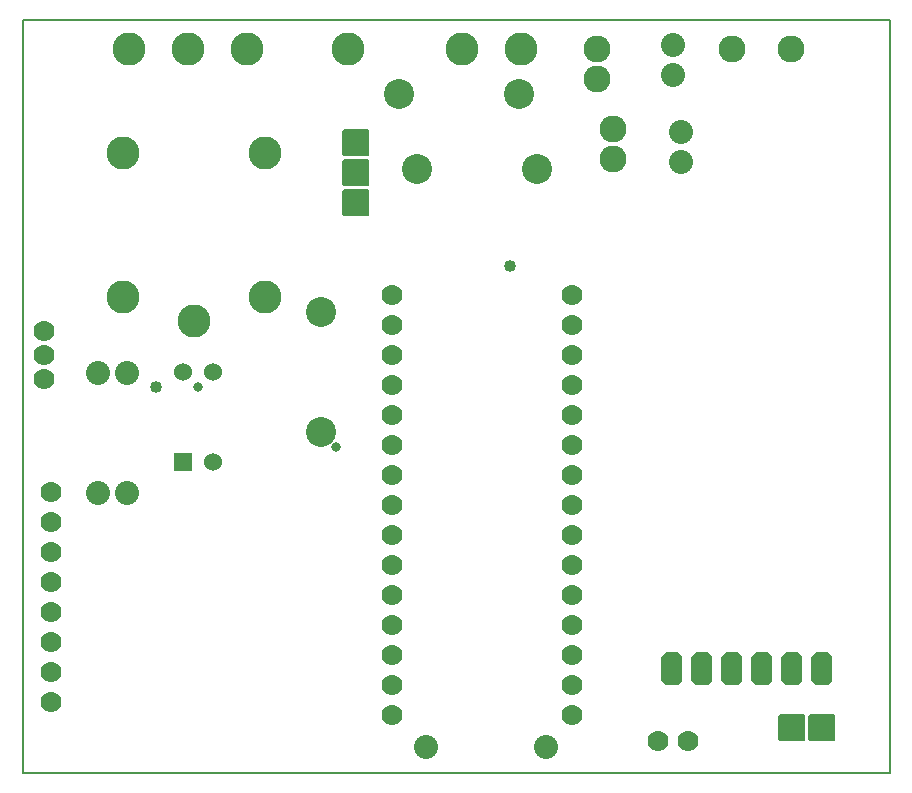
<source format=gbr>
G04 PROTEUS GERBER X2 FILE*
%TF.GenerationSoftware,Labcenter,Proteus,8.6-SP2-Build23525*%
%TF.CreationDate,2020-11-14T07:55:46+00:00*%
%TF.FileFunction,Soldermask,Top*%
%TF.FilePolarity,Negative*%
%TF.Part,Single*%
%FSLAX45Y45*%
%MOMM*%
G01*
%TA.AperFunction,Material*%
%ADD30C,1.016000*%
%ADD31C,0.812800*%
%TA.AperFunction,Material*%
%ADD32C,1.778000*%
%AMPPAD027*
4,1,8,
0.509800,-1.397000,
-0.509800,-1.397000,
-0.889000,-1.017800,
-0.889000,1.017800,
-0.509800,1.397000,
0.509800,1.397000,
0.889000,1.017800,
0.889000,-1.017800,
0.509800,-1.397000,
0*%
%TA.AperFunction,Material*%
%ADD33PPAD027*%
%TA.AperFunction,Material*%
%ADD34C,2.794000*%
%AMPPAD029*
4,1,36,
-0.635000,0.762000,
0.635000,0.762000,
0.660970,0.759470,
0.684980,0.752200,
0.706580,0.740650,
0.725290,0.725290,
0.740650,0.706570,
0.752200,0.684980,
0.759470,0.660970,
0.762000,0.635000,
0.762000,-0.635000,
0.759470,-0.660970,
0.752200,-0.684980,
0.740650,-0.706570,
0.725290,-0.725290,
0.706580,-0.740650,
0.684980,-0.752200,
0.660970,-0.759470,
0.635000,-0.762000,
-0.635000,-0.762000,
-0.660970,-0.759470,
-0.684980,-0.752200,
-0.706580,-0.740650,
-0.725290,-0.725290,
-0.740650,-0.706570,
-0.752200,-0.684980,
-0.759470,-0.660970,
-0.762000,-0.635000,
-0.762000,0.635000,
-0.759470,0.660970,
-0.752200,0.684980,
-0.740650,0.706570,
-0.725290,0.725290,
-0.706580,0.740650,
-0.684980,0.752200,
-0.660970,0.759470,
-0.635000,0.762000,
0*%
%TA.AperFunction,Material*%
%ADD35PPAD029*%
%ADD36C,1.524000*%
%AMPPAD031*
4,1,36,
-1.143000,-1.016000,
-1.143000,1.016000,
-1.140470,1.041970,
-1.133200,1.065980,
-1.121650,1.087580,
-1.106290,1.106290,
-1.087570,1.121650,
-1.065980,1.133200,
-1.041970,1.140470,
-1.016000,1.143000,
1.016000,1.143000,
1.041970,1.140470,
1.065980,1.133200,
1.087570,1.121650,
1.106290,1.106290,
1.121650,1.087580,
1.133200,1.065980,
1.140470,1.041970,
1.143000,1.016000,
1.143000,-1.016000,
1.140470,-1.041970,
1.133200,-1.065980,
1.121650,-1.087580,
1.106290,-1.106290,
1.087570,-1.121650,
1.065980,-1.133200,
1.041970,-1.140470,
1.016000,-1.143000,
-1.016000,-1.143000,
-1.041970,-1.140470,
-1.065980,-1.133200,
-1.087570,-1.121650,
-1.106290,-1.106290,
-1.121650,-1.087580,
-1.133200,-1.065980,
-1.140470,-1.041970,
-1.143000,-1.016000,
0*%
%TA.AperFunction,Material*%
%ADD37PPAD031*%
%TA.AperFunction,Material*%
%ADD38C,2.540000*%
%ADD39C,2.032000*%
%ADD40C,2.286000*%
%AMPPAD035*
4,1,36,
1.016000,-1.143000,
-1.016000,-1.143000,
-1.041970,-1.140470,
-1.065980,-1.133200,
-1.087580,-1.121650,
-1.106290,-1.106290,
-1.121650,-1.087570,
-1.133200,-1.065980,
-1.140470,-1.041970,
-1.143000,-1.016000,
-1.143000,1.016000,
-1.140470,1.041970,
-1.133200,1.065980,
-1.121650,1.087570,
-1.106290,1.106290,
-1.087580,1.121650,
-1.065980,1.133200,
-1.041970,1.140470,
-1.016000,1.143000,
1.016000,1.143000,
1.041970,1.140470,
1.065980,1.133200,
1.087580,1.121650,
1.106290,1.106290,
1.121650,1.087570,
1.133200,1.065980,
1.140470,1.041970,
1.143000,1.016000,
1.143000,-1.016000,
1.140470,-1.041970,
1.133200,-1.065980,
1.121650,-1.087570,
1.106290,-1.106290,
1.087580,-1.121650,
1.065980,-1.133200,
1.041970,-1.140470,
1.016000,-1.143000,
0*%
%ADD41PPAD035*%
%TA.AperFunction,Profile*%
%ADD24C,0.203200*%
%TD.AperFunction*%
D30*
X+2873000Y+2167000D03*
D31*
X+234000Y+1143000D03*
D30*
X-127000Y+1143000D03*
D31*
X+1397000Y+635000D03*
D32*
X+1873000Y+1917000D03*
X+1873000Y+1663000D03*
X+1873000Y+1409000D03*
X+1873000Y+1155000D03*
X+1873000Y+901000D03*
X+1873000Y+647000D03*
X+1873000Y+393000D03*
X+1873000Y+139000D03*
X+1873000Y-115000D03*
X+1873000Y-369000D03*
X+1873000Y-623000D03*
X+1873000Y-877000D03*
X+1873000Y-1131000D03*
X+1873000Y-1385000D03*
X+1873000Y-1639000D03*
X+3397000Y-1639000D03*
X+3397000Y-1385000D03*
X+3397000Y-1131000D03*
X+3397000Y-877000D03*
X+3397000Y-623000D03*
X+3397000Y-369000D03*
X+3397000Y-115000D03*
X+3397000Y+139000D03*
X+3397000Y+393000D03*
X+3397000Y+647000D03*
X+3397000Y+901000D03*
X+3397000Y+1155000D03*
X+3397000Y+1409000D03*
X+3397000Y+1663000D03*
X+3397000Y+1917000D03*
D33*
X+5512000Y-1250000D03*
X+5258000Y-1250000D03*
X+5004000Y-1250000D03*
X+4750000Y-1250000D03*
X+4496000Y-1250000D03*
X+4242000Y-1250000D03*
D34*
X+2965000Y+4000000D03*
X-400000Y+1900000D03*
X+800000Y+1900000D03*
X+200000Y+1700000D03*
X-400000Y+3120000D03*
X+800000Y+3120000D03*
D35*
X+103000Y+504000D03*
D36*
X+357000Y+504000D03*
X+357000Y+1266000D03*
X+103000Y+1266000D03*
D34*
X+2465000Y+4000000D03*
X-350000Y+4000000D03*
X+150000Y+4000000D03*
X+650000Y+4000000D03*
D37*
X+1568000Y+2702000D03*
X+1568000Y+2956000D03*
X+1568000Y+3210000D03*
D32*
X-1072000Y+1612200D03*
X-1072000Y+1409000D03*
X-1072000Y+1205800D03*
D38*
X+1274000Y+1774000D03*
X+1274000Y+758000D03*
X+3100000Y+2985000D03*
X+2084000Y+2985000D03*
X+1933000Y+3623000D03*
X+2949000Y+3623000D03*
D34*
X+1500000Y+4000000D03*
D39*
X+4258000Y+4033000D03*
X+4258000Y+3779000D03*
D40*
X+3608000Y+3999000D03*
X+3608000Y+3745000D03*
X+3743000Y+3067000D03*
X+3743000Y+3321000D03*
D39*
X+4318000Y+3048000D03*
X+4318000Y+3302000D03*
X-369000Y+1262000D03*
X-369000Y+246000D03*
X-615000Y+1262000D03*
X-615000Y+246000D03*
D40*
X+4750000Y+4000000D03*
X+5250000Y+4000000D03*
D32*
X+4381000Y-1853000D03*
X+4127000Y-1853000D03*
D41*
X+5516000Y-1750000D03*
X+5262000Y-1750000D03*
D39*
X+3175000Y-1905000D03*
X+2159000Y-1905000D03*
D32*
X-1016000Y-1524000D03*
X-1016000Y-1270000D03*
X-1016000Y-1016000D03*
X-1016000Y-762000D03*
X-1016000Y-508000D03*
X-1016000Y-254000D03*
X-1016000Y+0D03*
X-1016000Y+254000D03*
D24*
X-1250000Y-2127000D02*
X+6087000Y-2127000D01*
X+6087000Y+4250000D01*
X-1250000Y+4250000D01*
X-1250000Y-2127000D01*
M02*

</source>
